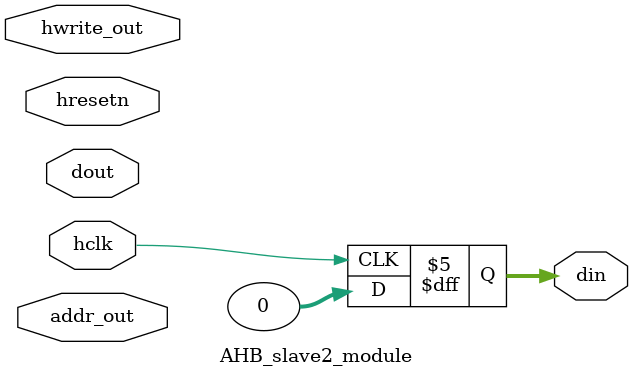
<source format=v>
`timescale 1ns / 1ps


module AHB_slave2_module(
    input hclk, //master clock
    input hresetn,  //master reset, active LOW
    //from slave module
    input [31:0] addr_out,
    input [31:0] dout,
    input hwrite_out,
    output reg [31:0] din   //data to the slave interface from the slave
    );
    
    always@(posedge hclk) begin
        if (!hresetn)
            din <= 32'b0;
        else
            din <= 32'b0;
    end
endmodule

</source>
